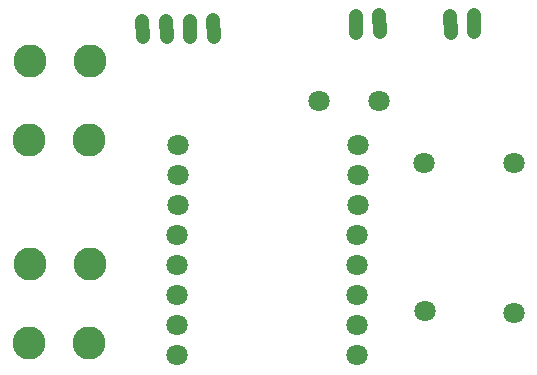
<source format=gbr>
%FSLAX34Y34*%
%MOMM*%
%LNSOLDERMASK_BOTTOM*%
G71*
G01*
%ADD10C,1.200*%
%ADD11C,1.800*%
%ADD12C,2.800*%
%LPD*%
G54D10*
X115244Y320004D02*
X114756Y333996D01*
G54D10*
X135244Y320004D02*
X134756Y333996D01*
G54D10*
X155244Y320004D02*
X154756Y333996D01*
G54D10*
X175232Y320702D02*
X174744Y334694D01*
G54D10*
X295695Y323972D02*
X295207Y337964D01*
G54D10*
X315683Y324670D02*
X315195Y338662D01*
X429554Y214125D02*
G54D11*
D03*
X429554Y87125D02*
G54D11*
D03*
X353633Y88375D02*
G54D11*
D03*
X353354Y214125D02*
G54D11*
D03*
X297271Y229159D02*
G54D11*
D03*
X297138Y203759D02*
G54D11*
D03*
X297005Y178359D02*
G54D11*
D03*
X296872Y152960D02*
G54D11*
D03*
X296739Y127560D02*
G54D11*
D03*
X296606Y102161D02*
G54D11*
D03*
X296473Y76760D02*
G54D11*
D03*
X296340Y51362D02*
G54D11*
D03*
X144872Y228627D02*
G54D11*
D03*
X144739Y203227D02*
G54D11*
D03*
X144606Y177828D02*
G54D11*
D03*
X144473Y152428D02*
G54D11*
D03*
X144340Y127028D02*
G54D11*
D03*
X144206Y101628D02*
G54D11*
D03*
X144074Y76229D02*
G54D11*
D03*
X143941Y50829D02*
G54D11*
D03*
X315168Y266542D02*
G54D11*
D03*
X264370Y266098D02*
G54D11*
D03*
X19051Y233541D02*
G54D12*
D03*
X69849Y233098D02*
G54D12*
D03*
X19634Y300339D02*
G54D12*
D03*
X70432Y299895D02*
G54D12*
D03*
X19051Y61541D02*
G54D12*
D03*
X69849Y61098D02*
G54D12*
D03*
X19634Y128339D02*
G54D12*
D03*
X70432Y127895D02*
G54D12*
D03*
G54D10*
X375695Y323972D02*
X375207Y337964D01*
G54D10*
X395683Y324670D02*
X395195Y338662D01*
M02*

</source>
